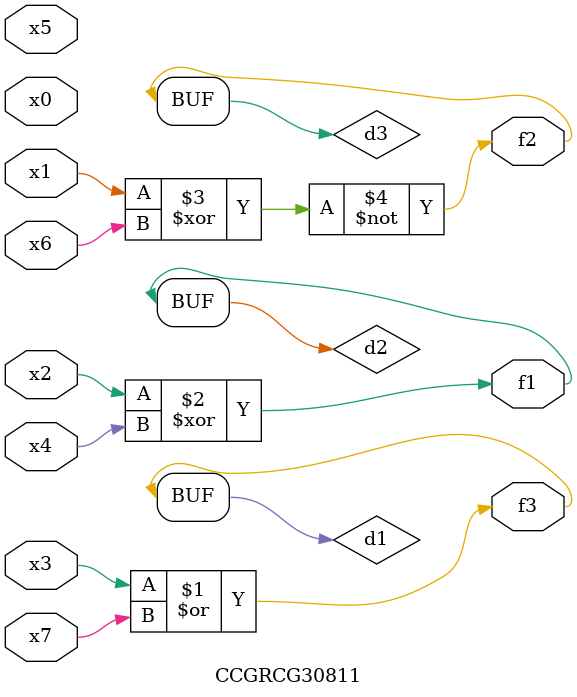
<source format=v>
module CCGRCG30811(
	input x0, x1, x2, x3, x4, x5, x6, x7,
	output f1, f2, f3
);

	wire d1, d2, d3;

	or (d1, x3, x7);
	xor (d2, x2, x4);
	xnor (d3, x1, x6);
	assign f1 = d2;
	assign f2 = d3;
	assign f3 = d1;
endmodule

</source>
